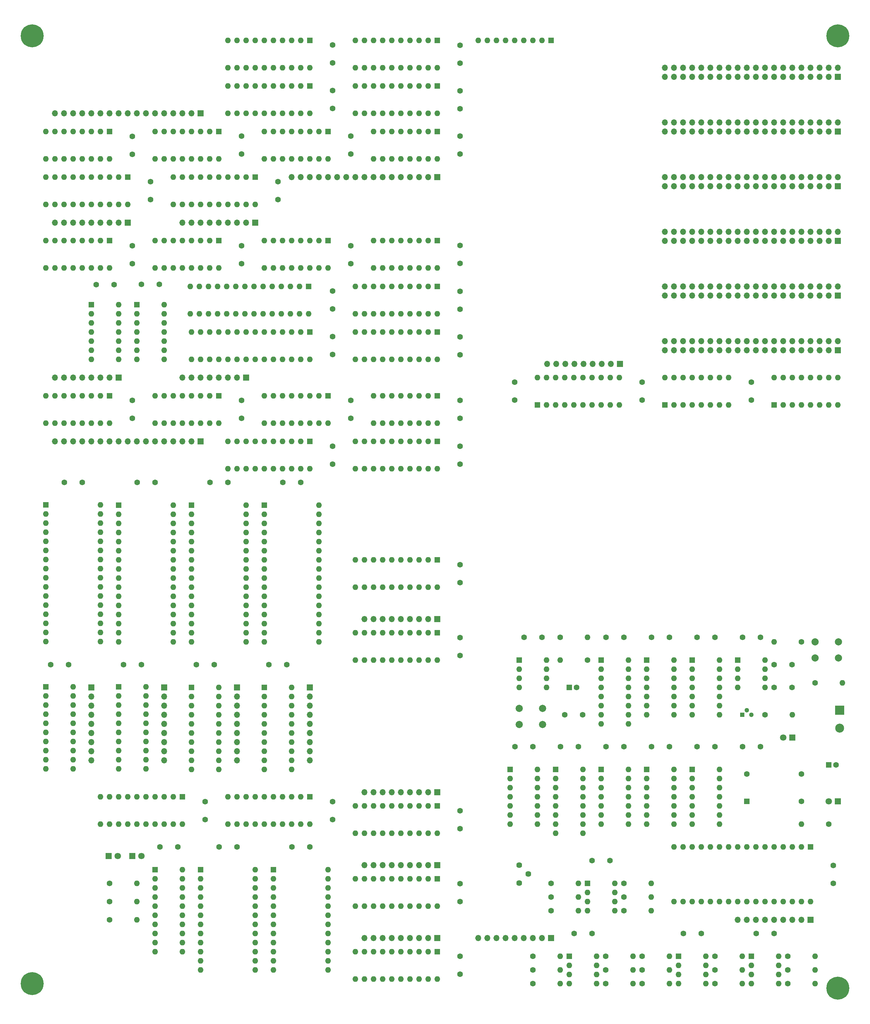
<source format=gbr>
G04 #@! TF.GenerationSoftware,KiCad,Pcbnew,(5.1.0-0)*
G04 #@! TF.CreationDate,2019-10-10T01:34:02-07:00*
G04 #@! TF.ProjectId,MainBoard,4d61696e-426f-4617-9264-2e6b69636164,rev?*
G04 #@! TF.SameCoordinates,Original*
G04 #@! TF.FileFunction,Soldermask,Bot*
G04 #@! TF.FilePolarity,Negative*
%FSLAX46Y46*%
G04 Gerber Fmt 4.6, Leading zero omitted, Abs format (unit mm)*
G04 Created by KiCad (PCBNEW (5.1.0-0)) date 2019-10-10 01:34:02*
%MOMM*%
%LPD*%
G04 APERTURE LIST*
%ADD10O,1.600000X1.600000*%
%ADD11R,1.600000X1.600000*%
%ADD12O,1.700000X1.700000*%
%ADD13R,1.700000X1.700000*%
%ADD14C,1.600000*%
%ADD15C,2.500000*%
%ADD16R,2.500000X2.500000*%
%ADD17C,6.400000*%
%ADD18R,1.300000X1.300000*%
%ADD19C,1.300000*%
%ADD20C,2.000000*%
%ADD21C,1.620000*%
%ADD22C,1.800000*%
%ADD23R,1.800000X1.800000*%
G04 APERTURE END LIST*
D10*
X233680000Y-309880000D03*
X218440000Y-337820000D03*
X233680000Y-312420000D03*
X218440000Y-335280000D03*
X233680000Y-314960000D03*
X218440000Y-332740000D03*
X233680000Y-317500000D03*
X218440000Y-330200000D03*
X233680000Y-320040000D03*
X218440000Y-327660000D03*
X233680000Y-322580000D03*
X218440000Y-325120000D03*
X233680000Y-325120000D03*
X218440000Y-322580000D03*
X233680000Y-327660000D03*
X218440000Y-320040000D03*
X233680000Y-330200000D03*
X218440000Y-317500000D03*
X233680000Y-332740000D03*
X218440000Y-314960000D03*
X233680000Y-335280000D03*
X218440000Y-312420000D03*
X233680000Y-337820000D03*
D11*
X218440000Y-309880000D03*
D10*
X254000000Y-309880000D03*
X238760000Y-337820000D03*
X254000000Y-312420000D03*
X238760000Y-335280000D03*
X254000000Y-314960000D03*
X238760000Y-332740000D03*
X254000000Y-317500000D03*
X238760000Y-330200000D03*
X254000000Y-320040000D03*
X238760000Y-327660000D03*
X254000000Y-322580000D03*
X238760000Y-325120000D03*
X254000000Y-325120000D03*
X238760000Y-322580000D03*
X254000000Y-327660000D03*
X238760000Y-320040000D03*
X254000000Y-330200000D03*
X238760000Y-317500000D03*
X254000000Y-332740000D03*
X238760000Y-314960000D03*
X254000000Y-335280000D03*
X238760000Y-312420000D03*
X254000000Y-337820000D03*
D11*
X238760000Y-309880000D03*
D10*
X284480000Y-340360000D03*
X261620000Y-332740000D03*
X281940000Y-340360000D03*
X264160000Y-332740000D03*
X279400000Y-340360000D03*
X266700000Y-332740000D03*
X276860000Y-340360000D03*
X269240000Y-332740000D03*
X274320000Y-340360000D03*
X271780000Y-332740000D03*
X271780000Y-340360000D03*
X274320000Y-332740000D03*
X269240000Y-340360000D03*
X276860000Y-332740000D03*
X266700000Y-340360000D03*
X279400000Y-332740000D03*
X264160000Y-340360000D03*
X281940000Y-332740000D03*
X261620000Y-340360000D03*
D11*
X284480000Y-332740000D03*
D10*
X284480000Y-320040000D03*
X261620000Y-312420000D03*
X281940000Y-320040000D03*
X264160000Y-312420000D03*
X279400000Y-320040000D03*
X266700000Y-312420000D03*
X276860000Y-320040000D03*
X269240000Y-312420000D03*
X274320000Y-320040000D03*
X271780000Y-312420000D03*
X271780000Y-320040000D03*
X274320000Y-312420000D03*
X269240000Y-320040000D03*
X276860000Y-312420000D03*
X266700000Y-320040000D03*
X279400000Y-312420000D03*
X264160000Y-320040000D03*
X281940000Y-312420000D03*
X261620000Y-320040000D03*
D11*
X284480000Y-312420000D03*
D10*
X284480000Y-299720000D03*
X261620000Y-292100000D03*
X281940000Y-299720000D03*
X264160000Y-292100000D03*
X279400000Y-299720000D03*
X266700000Y-292100000D03*
X276860000Y-299720000D03*
X269240000Y-292100000D03*
X274320000Y-299720000D03*
X271780000Y-292100000D03*
X271780000Y-299720000D03*
X274320000Y-292100000D03*
X269240000Y-299720000D03*
X276860000Y-292100000D03*
X266700000Y-299720000D03*
X279400000Y-292100000D03*
X264160000Y-299720000D03*
X281940000Y-292100000D03*
X261620000Y-299720000D03*
D11*
X284480000Y-292100000D03*
D10*
X284480000Y-251460000D03*
X261620000Y-243840000D03*
X281940000Y-251460000D03*
X264160000Y-243840000D03*
X279400000Y-251460000D03*
X266700000Y-243840000D03*
X276860000Y-251460000D03*
X269240000Y-243840000D03*
X274320000Y-251460000D03*
X271780000Y-243840000D03*
X271780000Y-251460000D03*
X274320000Y-243840000D03*
X269240000Y-251460000D03*
X276860000Y-243840000D03*
X266700000Y-251460000D03*
X279400000Y-243840000D03*
X264160000Y-251460000D03*
X281940000Y-243840000D03*
X261620000Y-251460000D03*
D11*
X284480000Y-243840000D03*
D10*
X284480000Y-154940000D03*
X261620000Y-147320000D03*
X281940000Y-154940000D03*
X264160000Y-147320000D03*
X279400000Y-154940000D03*
X266700000Y-147320000D03*
X276860000Y-154940000D03*
X269240000Y-147320000D03*
X274320000Y-154940000D03*
X271780000Y-147320000D03*
X271780000Y-154940000D03*
X274320000Y-147320000D03*
X269240000Y-154940000D03*
X276860000Y-147320000D03*
X266700000Y-154940000D03*
X279400000Y-147320000D03*
X264160000Y-154940000D03*
X281940000Y-147320000D03*
X261620000Y-154940000D03*
D11*
X284480000Y-147320000D03*
D10*
X284480000Y-167640000D03*
X261620000Y-160020000D03*
X281940000Y-167640000D03*
X264160000Y-160020000D03*
X279400000Y-167640000D03*
X266700000Y-160020000D03*
X276860000Y-167640000D03*
X269240000Y-160020000D03*
X274320000Y-167640000D03*
X271780000Y-160020000D03*
X271780000Y-167640000D03*
X274320000Y-160020000D03*
X269240000Y-167640000D03*
X276860000Y-160020000D03*
X266700000Y-167640000D03*
X279400000Y-160020000D03*
X264160000Y-167640000D03*
X281940000Y-160020000D03*
X261620000Y-167640000D03*
D11*
X284480000Y-160020000D03*
D10*
X248615800Y-154940000D03*
X215595800Y-147320000D03*
X246075800Y-154940000D03*
X218135800Y-147320000D03*
X243535800Y-154940000D03*
X220675800Y-147320000D03*
X240995800Y-154940000D03*
X223215800Y-147320000D03*
X238455800Y-154940000D03*
X225755800Y-147320000D03*
X235915800Y-154940000D03*
X228295800Y-147320000D03*
X233375800Y-154940000D03*
X230835800Y-147320000D03*
X230835800Y-154940000D03*
X233375800Y-147320000D03*
X228295800Y-154940000D03*
X235915800Y-147320000D03*
X225755800Y-154940000D03*
X238455800Y-147320000D03*
X223215800Y-154940000D03*
X240995800Y-147320000D03*
X220675800Y-154940000D03*
X243535800Y-147320000D03*
X218135800Y-154940000D03*
X246075800Y-147320000D03*
X215595800Y-154940000D03*
D11*
X248615800Y-147320000D03*
D10*
X248920000Y-167640000D03*
X215900000Y-160020000D03*
X246380000Y-167640000D03*
X218440000Y-160020000D03*
X243840000Y-167640000D03*
X220980000Y-160020000D03*
X241300000Y-167640000D03*
X223520000Y-160020000D03*
X238760000Y-167640000D03*
X226060000Y-160020000D03*
X236220000Y-167640000D03*
X228600000Y-160020000D03*
X233680000Y-167640000D03*
X231140000Y-160020000D03*
X231140000Y-167640000D03*
X233680000Y-160020000D03*
X228600000Y-167640000D03*
X236220000Y-160020000D03*
X226060000Y-167640000D03*
X238760000Y-160020000D03*
X223520000Y-167640000D03*
X241300000Y-160020000D03*
X220980000Y-167640000D03*
X243840000Y-160020000D03*
X218440000Y-167640000D03*
X246380000Y-160020000D03*
X215900000Y-167640000D03*
D11*
X248920000Y-160020000D03*
D10*
X284480000Y-99060000D03*
X261620000Y-91440000D03*
X281940000Y-99060000D03*
X264160000Y-91440000D03*
X279400000Y-99060000D03*
X266700000Y-91440000D03*
X276860000Y-99060000D03*
X269240000Y-91440000D03*
X274320000Y-99060000D03*
X271780000Y-91440000D03*
X271780000Y-99060000D03*
X274320000Y-91440000D03*
X269240000Y-99060000D03*
X276860000Y-91440000D03*
X266700000Y-99060000D03*
X279400000Y-91440000D03*
X264160000Y-99060000D03*
X281940000Y-91440000D03*
X261620000Y-99060000D03*
D11*
X284480000Y-91440000D03*
D10*
X284480000Y-86360000D03*
X261620000Y-78740000D03*
X281940000Y-86360000D03*
X264160000Y-78740000D03*
X279400000Y-86360000D03*
X266700000Y-78740000D03*
X276860000Y-86360000D03*
X269240000Y-78740000D03*
X274320000Y-86360000D03*
X271780000Y-78740000D03*
X271780000Y-86360000D03*
X274320000Y-78740000D03*
X269240000Y-86360000D03*
X276860000Y-78740000D03*
X266700000Y-86360000D03*
X279400000Y-78740000D03*
X264160000Y-86360000D03*
X281940000Y-78740000D03*
X261620000Y-86360000D03*
D11*
X284480000Y-78740000D03*
D12*
X248920000Y-279400000D03*
X248920000Y-276860000D03*
X248920000Y-274320000D03*
X248920000Y-271780000D03*
X248920000Y-269240000D03*
X248920000Y-266700000D03*
X248920000Y-264160000D03*
X248920000Y-261620000D03*
D13*
X248920000Y-259080000D03*
D12*
X228600000Y-279400000D03*
X228600000Y-276860000D03*
X228600000Y-274320000D03*
X228600000Y-271780000D03*
X228600000Y-269240000D03*
X228600000Y-266700000D03*
X228600000Y-264160000D03*
X228600000Y-261620000D03*
D13*
X228600000Y-259080000D03*
D12*
X208280000Y-279400000D03*
X208280000Y-276860000D03*
X208280000Y-274320000D03*
X208280000Y-271780000D03*
X208280000Y-269240000D03*
X208280000Y-266700000D03*
X208280000Y-264160000D03*
X208280000Y-261620000D03*
D13*
X208280000Y-259080000D03*
D12*
X187960000Y-279400000D03*
X187960000Y-276860000D03*
X187960000Y-274320000D03*
X187960000Y-271780000D03*
X187960000Y-269240000D03*
X187960000Y-266700000D03*
X187960000Y-264160000D03*
X187960000Y-261620000D03*
D13*
X187960000Y-259080000D03*
D10*
X203200000Y-258922000D03*
X195580000Y-281782000D03*
X203200000Y-261462000D03*
X195580000Y-279242000D03*
X203200000Y-264002000D03*
X195580000Y-276702000D03*
X203200000Y-266542000D03*
X195580000Y-274162000D03*
X203200000Y-269082000D03*
X195580000Y-271622000D03*
X203200000Y-271622000D03*
X195580000Y-269082000D03*
X203200000Y-274162000D03*
X195580000Y-266542000D03*
X203200000Y-276702000D03*
X195580000Y-264002000D03*
X203200000Y-279242000D03*
X195580000Y-261462000D03*
X203200000Y-281782000D03*
D11*
X195580000Y-258922000D03*
D10*
X182880000Y-258922000D03*
X175260000Y-281782000D03*
X182880000Y-261462000D03*
X175260000Y-279242000D03*
X182880000Y-264002000D03*
X175260000Y-276702000D03*
X182880000Y-266542000D03*
X175260000Y-274162000D03*
X182880000Y-269082000D03*
X175260000Y-271622000D03*
X182880000Y-271622000D03*
X175260000Y-269082000D03*
X182880000Y-274162000D03*
X175260000Y-266542000D03*
X182880000Y-276702000D03*
X175260000Y-264002000D03*
X182880000Y-279242000D03*
X175260000Y-261462000D03*
X182880000Y-281782000D03*
D11*
X175260000Y-258922000D03*
D10*
X210820000Y-208280000D03*
X195580000Y-246380000D03*
X210820000Y-210820000D03*
X195580000Y-243840000D03*
X210820000Y-213360000D03*
X195580000Y-241300000D03*
X210820000Y-215900000D03*
X195580000Y-238760000D03*
X210820000Y-218440000D03*
X195580000Y-236220000D03*
X210820000Y-220980000D03*
X195580000Y-233680000D03*
X210820000Y-223520000D03*
X195580000Y-231140000D03*
X210820000Y-226060000D03*
X195580000Y-228600000D03*
X210820000Y-228600000D03*
X195580000Y-226060000D03*
X210820000Y-231140000D03*
X195580000Y-223520000D03*
X210820000Y-233680000D03*
X195580000Y-220980000D03*
X210820000Y-236220000D03*
X195580000Y-218440000D03*
X210820000Y-238760000D03*
X195580000Y-215900000D03*
X210820000Y-241300000D03*
X195580000Y-213360000D03*
X210820000Y-243840000D03*
X195580000Y-210820000D03*
X210820000Y-246380000D03*
D11*
X195580000Y-208280000D03*
D10*
X190500000Y-208172000D03*
X175260000Y-246272000D03*
X190500000Y-210712000D03*
X175260000Y-243732000D03*
X190500000Y-213252000D03*
X175260000Y-241192000D03*
X190500000Y-215792000D03*
X175260000Y-238652000D03*
X190500000Y-218332000D03*
X175260000Y-236112000D03*
X190500000Y-220872000D03*
X175260000Y-233572000D03*
X190500000Y-223412000D03*
X175260000Y-231032000D03*
X190500000Y-225952000D03*
X175260000Y-228492000D03*
X190500000Y-228492000D03*
X175260000Y-225952000D03*
X190500000Y-231032000D03*
X175260000Y-223412000D03*
X190500000Y-233572000D03*
X175260000Y-220872000D03*
X190500000Y-236112000D03*
X175260000Y-218332000D03*
X190500000Y-238652000D03*
X175260000Y-215792000D03*
X190500000Y-241192000D03*
X175260000Y-213252000D03*
X190500000Y-243732000D03*
X175260000Y-210712000D03*
X190500000Y-246272000D03*
D11*
X175260000Y-208172000D03*
D14*
X180420000Y-201930000D03*
X185420000Y-201930000D03*
X196930000Y-252730000D03*
X201930000Y-252730000D03*
X176610000Y-252730000D03*
X181610000Y-252730000D03*
X200740000Y-201930000D03*
X205740000Y-201930000D03*
D10*
X378460000Y-172720000D03*
X396240000Y-180340000D03*
X381000000Y-172720000D03*
X393700000Y-180340000D03*
X383540000Y-172720000D03*
X391160000Y-180340000D03*
X386080000Y-172720000D03*
X388620000Y-180340000D03*
X388620000Y-172720000D03*
X386080000Y-180340000D03*
X391160000Y-172720000D03*
X383540000Y-180340000D03*
X393700000Y-172720000D03*
X381000000Y-180340000D03*
X396240000Y-172720000D03*
D11*
X378460000Y-180340000D03*
D15*
X396748000Y-270430000D03*
D16*
X396748000Y-265430000D03*
D17*
X396240000Y-342900000D03*
X396240000Y-77470000D03*
X171450000Y-341630000D03*
X171450000Y-77470000D03*
D10*
X208280000Y-152400000D03*
X200660000Y-167640000D03*
X208280000Y-154940000D03*
X200660000Y-165100000D03*
X208280000Y-157480000D03*
X200660000Y-162560000D03*
X208280000Y-160020000D03*
X200660000Y-160020000D03*
X208280000Y-162560000D03*
X200660000Y-157480000D03*
X208280000Y-165100000D03*
X200660000Y-154940000D03*
X208280000Y-167640000D03*
D11*
X200660000Y-152400000D03*
D10*
X195580000Y-152400000D03*
X187960000Y-167640000D03*
X195580000Y-154940000D03*
X187960000Y-165100000D03*
X195580000Y-157480000D03*
X187960000Y-162560000D03*
X195580000Y-160020000D03*
X187960000Y-160020000D03*
X195580000Y-162560000D03*
X187960000Y-157480000D03*
X195580000Y-165100000D03*
X187960000Y-154940000D03*
X195580000Y-167640000D03*
D11*
X187960000Y-152400000D03*
D14*
X290830000Y-148670000D03*
X290830000Y-153670000D03*
X372110000Y-178990000D03*
X372110000Y-173990000D03*
D12*
X347980000Y-116840000D03*
X347980000Y-119380000D03*
X350520000Y-116840000D03*
X350520000Y-119380000D03*
X353060000Y-116840000D03*
X353060000Y-119380000D03*
X355600000Y-116840000D03*
X355600000Y-119380000D03*
X358140000Y-116840000D03*
X358140000Y-119380000D03*
X360680000Y-116840000D03*
X360680000Y-119380000D03*
X363220000Y-116840000D03*
X363220000Y-119380000D03*
X365760000Y-116840000D03*
X365760000Y-119380000D03*
X368300000Y-116840000D03*
X368300000Y-119380000D03*
X370840000Y-116840000D03*
X370840000Y-119380000D03*
X373380000Y-116840000D03*
X373380000Y-119380000D03*
X375920000Y-116840000D03*
X375920000Y-119380000D03*
X378460000Y-116840000D03*
X378460000Y-119380000D03*
X381000000Y-116840000D03*
X381000000Y-119380000D03*
X383540000Y-116840000D03*
X383540000Y-119380000D03*
X386080000Y-116840000D03*
X386080000Y-119380000D03*
X388620000Y-116840000D03*
X388620000Y-119380000D03*
X391160000Y-116840000D03*
X391160000Y-119380000D03*
X393700000Y-116840000D03*
X393700000Y-119380000D03*
X396240000Y-116840000D03*
D13*
X396240000Y-119380000D03*
D12*
X347980000Y-147320000D03*
X347980000Y-149860000D03*
X350520000Y-147320000D03*
X350520000Y-149860000D03*
X353060000Y-147320000D03*
X353060000Y-149860000D03*
X355600000Y-147320000D03*
X355600000Y-149860000D03*
X358140000Y-147320000D03*
X358140000Y-149860000D03*
X360680000Y-147320000D03*
X360680000Y-149860000D03*
X363220000Y-147320000D03*
X363220000Y-149860000D03*
X365760000Y-147320000D03*
X365760000Y-149860000D03*
X368300000Y-147320000D03*
X368300000Y-149860000D03*
X370840000Y-147320000D03*
X370840000Y-149860000D03*
X373380000Y-147320000D03*
X373380000Y-149860000D03*
X375920000Y-147320000D03*
X375920000Y-149860000D03*
X378460000Y-147320000D03*
X378460000Y-149860000D03*
X381000000Y-147320000D03*
X381000000Y-149860000D03*
X383540000Y-147320000D03*
X383540000Y-149860000D03*
X386080000Y-147320000D03*
X386080000Y-149860000D03*
X388620000Y-147320000D03*
X388620000Y-149860000D03*
X391160000Y-147320000D03*
X391160000Y-149860000D03*
X393700000Y-147320000D03*
X393700000Y-149860000D03*
X396240000Y-147320000D03*
D13*
X396240000Y-149860000D03*
D12*
X347980000Y-86360000D03*
X347980000Y-88900000D03*
X350520000Y-86360000D03*
X350520000Y-88900000D03*
X353060000Y-86360000D03*
X353060000Y-88900000D03*
X355600000Y-86360000D03*
X355600000Y-88900000D03*
X358140000Y-86360000D03*
X358140000Y-88900000D03*
X360680000Y-86360000D03*
X360680000Y-88900000D03*
X363220000Y-86360000D03*
X363220000Y-88900000D03*
X365760000Y-86360000D03*
X365760000Y-88900000D03*
X368300000Y-86360000D03*
X368300000Y-88900000D03*
X370840000Y-86360000D03*
X370840000Y-88900000D03*
X373380000Y-86360000D03*
X373380000Y-88900000D03*
X375920000Y-86360000D03*
X375920000Y-88900000D03*
X378460000Y-86360000D03*
X378460000Y-88900000D03*
X381000000Y-86360000D03*
X381000000Y-88900000D03*
X383540000Y-86360000D03*
X383540000Y-88900000D03*
X386080000Y-86360000D03*
X386080000Y-88900000D03*
X388620000Y-86360000D03*
X388620000Y-88900000D03*
X391160000Y-86360000D03*
X391160000Y-88900000D03*
X393700000Y-86360000D03*
X393700000Y-88900000D03*
X396240000Y-86360000D03*
D13*
X396240000Y-88900000D03*
D12*
X347980000Y-162560000D03*
X347980000Y-165100000D03*
X350520000Y-162560000D03*
X350520000Y-165100000D03*
X353060000Y-162560000D03*
X353060000Y-165100000D03*
X355600000Y-162560000D03*
X355600000Y-165100000D03*
X358140000Y-162560000D03*
X358140000Y-165100000D03*
X360680000Y-162560000D03*
X360680000Y-165100000D03*
X363220000Y-162560000D03*
X363220000Y-165100000D03*
X365760000Y-162560000D03*
X365760000Y-165100000D03*
X368300000Y-162560000D03*
X368300000Y-165100000D03*
X370840000Y-162560000D03*
X370840000Y-165100000D03*
X373380000Y-162560000D03*
X373380000Y-165100000D03*
X375920000Y-162560000D03*
X375920000Y-165100000D03*
X378460000Y-162560000D03*
X378460000Y-165100000D03*
X381000000Y-162560000D03*
X381000000Y-165100000D03*
X383540000Y-162560000D03*
X383540000Y-165100000D03*
X386080000Y-162560000D03*
X386080000Y-165100000D03*
X388620000Y-162560000D03*
X388620000Y-165100000D03*
X391160000Y-162560000D03*
X391160000Y-165100000D03*
X393700000Y-162560000D03*
X393700000Y-165100000D03*
X396240000Y-162560000D03*
D13*
X396240000Y-165100000D03*
D12*
X347980000Y-132080000D03*
X347980000Y-134620000D03*
X350520000Y-132080000D03*
X350520000Y-134620000D03*
X353060000Y-132080000D03*
X353060000Y-134620000D03*
X355600000Y-132080000D03*
X355600000Y-134620000D03*
X358140000Y-132080000D03*
X358140000Y-134620000D03*
X360680000Y-132080000D03*
X360680000Y-134620000D03*
X363220000Y-132080000D03*
X363220000Y-134620000D03*
X365760000Y-132080000D03*
X365760000Y-134620000D03*
X368300000Y-132080000D03*
X368300000Y-134620000D03*
X370840000Y-132080000D03*
X370840000Y-134620000D03*
X373380000Y-132080000D03*
X373380000Y-134620000D03*
X375920000Y-132080000D03*
X375920000Y-134620000D03*
X378460000Y-132080000D03*
X378460000Y-134620000D03*
X381000000Y-132080000D03*
X381000000Y-134620000D03*
X383540000Y-132080000D03*
X383540000Y-134620000D03*
X386080000Y-132080000D03*
X386080000Y-134620000D03*
X388620000Y-132080000D03*
X388620000Y-134620000D03*
X391160000Y-132080000D03*
X391160000Y-134620000D03*
X393700000Y-132080000D03*
X393700000Y-134620000D03*
X396240000Y-132080000D03*
D13*
X396240000Y-134620000D03*
D12*
X347980000Y-101600000D03*
X347980000Y-104140000D03*
X350520000Y-101600000D03*
X350520000Y-104140000D03*
X353060000Y-101600000D03*
X353060000Y-104140000D03*
X355600000Y-101600000D03*
X355600000Y-104140000D03*
X358140000Y-101600000D03*
X358140000Y-104140000D03*
X360680000Y-101600000D03*
X360680000Y-104140000D03*
X363220000Y-101600000D03*
X363220000Y-104140000D03*
X365760000Y-101600000D03*
X365760000Y-104140000D03*
X368300000Y-101600000D03*
X368300000Y-104140000D03*
X370840000Y-101600000D03*
X370840000Y-104140000D03*
X373380000Y-101600000D03*
X373380000Y-104140000D03*
X375920000Y-101600000D03*
X375920000Y-104140000D03*
X378460000Y-101600000D03*
X378460000Y-104140000D03*
X381000000Y-101600000D03*
X381000000Y-104140000D03*
X383540000Y-101600000D03*
X383540000Y-104140000D03*
X386080000Y-101600000D03*
X386080000Y-104140000D03*
X388620000Y-101600000D03*
X388620000Y-104140000D03*
X391160000Y-101600000D03*
X391160000Y-104140000D03*
X393700000Y-101600000D03*
X393700000Y-104140000D03*
X396240000Y-101600000D03*
D13*
X396240000Y-104140000D03*
D10*
X243835800Y-259080000D03*
X236215800Y-281940000D03*
X243835800Y-261620000D03*
X236215800Y-279400000D03*
X243835800Y-264160000D03*
X236215800Y-276860000D03*
X243835800Y-266700000D03*
X236215800Y-274320000D03*
X243835800Y-269240000D03*
X236215800Y-271780000D03*
X243835800Y-271780000D03*
X236215800Y-269240000D03*
X243835800Y-274320000D03*
X236215800Y-266700000D03*
X243835800Y-276860000D03*
X236215800Y-264160000D03*
X243835800Y-279400000D03*
X236215800Y-261620000D03*
X243835800Y-281940000D03*
D11*
X236215800Y-259080000D03*
D14*
X369650000Y-245110000D03*
X374650000Y-245110000D03*
X386080000Y-290830000D03*
X386080000Y-283210000D03*
X370840000Y-283210000D03*
D11*
X370840000Y-290830000D03*
D10*
X383540000Y-266700000D03*
D14*
X375920000Y-266700000D03*
D10*
X378460000Y-246380000D03*
D14*
X386080000Y-246380000D03*
D10*
X397510000Y-257810000D03*
D14*
X389890000Y-257810000D03*
X383460000Y-252730000D03*
X378460000Y-252730000D03*
X383460000Y-259080000D03*
X378460000Y-259080000D03*
D10*
X318770000Y-251460000D03*
D14*
X326390000Y-251460000D03*
D10*
X326390000Y-245110000D03*
D14*
X318770000Y-245110000D03*
X325040000Y-266700000D03*
X320040000Y-266700000D03*
X323310000Y-259080000D03*
D11*
X321310000Y-259080000D03*
D10*
X251460000Y-208280000D03*
X236220000Y-246380000D03*
X251460000Y-210820000D03*
X236220000Y-243840000D03*
X251460000Y-213360000D03*
X236220000Y-241300000D03*
X251460000Y-215900000D03*
X236220000Y-238760000D03*
X251460000Y-218440000D03*
X236220000Y-236220000D03*
X251460000Y-220980000D03*
X236220000Y-233680000D03*
X251460000Y-223520000D03*
X236220000Y-231140000D03*
X251460000Y-226060000D03*
X236220000Y-228600000D03*
X251460000Y-228600000D03*
X236220000Y-226060000D03*
X251460000Y-231140000D03*
X236220000Y-223520000D03*
X251460000Y-233680000D03*
X236220000Y-220980000D03*
X251460000Y-236220000D03*
X236220000Y-218440000D03*
X251460000Y-238760000D03*
X236220000Y-215900000D03*
X251460000Y-241300000D03*
X236220000Y-213360000D03*
X251460000Y-243840000D03*
X236220000Y-210820000D03*
X251460000Y-246380000D03*
D11*
X236220000Y-208280000D03*
D10*
X248920000Y-86360000D03*
X226060000Y-78740000D03*
X246380000Y-86360000D03*
X228600000Y-78740000D03*
X243840000Y-86360000D03*
X231140000Y-78740000D03*
X241300000Y-86360000D03*
X233680000Y-78740000D03*
X238760000Y-86360000D03*
X236220000Y-78740000D03*
X236220000Y-86360000D03*
X238760000Y-78740000D03*
X233680000Y-86360000D03*
X241300000Y-78740000D03*
X231140000Y-86360000D03*
X243840000Y-78740000D03*
X228600000Y-86360000D03*
X246380000Y-78740000D03*
X226060000Y-86360000D03*
D11*
X248920000Y-78740000D03*
D12*
X177800000Y-172720000D03*
X180340000Y-172720000D03*
X182880000Y-172720000D03*
X185420000Y-172720000D03*
X187960000Y-172720000D03*
X190500000Y-172720000D03*
X193040000Y-172720000D03*
D13*
X195580000Y-172720000D03*
D12*
X213360000Y-172720000D03*
X215900000Y-172720000D03*
X218440000Y-172720000D03*
X220980000Y-172720000D03*
X223520000Y-172720000D03*
X226060000Y-172720000D03*
X228600000Y-172720000D03*
D13*
X231140000Y-172720000D03*
D12*
X177800000Y-129540000D03*
X180340000Y-129540000D03*
X182880000Y-129540000D03*
X185420000Y-129540000D03*
X187960000Y-129540000D03*
X190500000Y-129540000D03*
X193040000Y-129540000D03*
X195580000Y-129540000D03*
D13*
X198120000Y-129540000D03*
D12*
X213360000Y-129540000D03*
X215900000Y-129540000D03*
X218440000Y-129540000D03*
X220980000Y-129540000D03*
X223520000Y-129540000D03*
X226060000Y-129540000D03*
X228600000Y-129540000D03*
X231140000Y-129540000D03*
D13*
X233680000Y-129540000D03*
D10*
X213360000Y-309880000D03*
X205740000Y-332740000D03*
X213360000Y-312420000D03*
X205740000Y-330200000D03*
X213360000Y-314960000D03*
X205740000Y-327660000D03*
X213360000Y-317500000D03*
X205740000Y-325120000D03*
X213360000Y-320040000D03*
X205740000Y-322580000D03*
X213360000Y-322580000D03*
X205740000Y-320040000D03*
X213360000Y-325120000D03*
X205740000Y-317500000D03*
X213360000Y-327660000D03*
X205740000Y-314960000D03*
X213360000Y-330200000D03*
X205740000Y-312420000D03*
X213360000Y-332740000D03*
D11*
X205740000Y-309880000D03*
D10*
X248920000Y-297180000D03*
X226060000Y-289560000D03*
X246380000Y-297180000D03*
X228600000Y-289560000D03*
X243840000Y-297180000D03*
X231140000Y-289560000D03*
X241300000Y-297180000D03*
X233680000Y-289560000D03*
X238760000Y-297180000D03*
X236220000Y-289560000D03*
X236220000Y-297180000D03*
X238760000Y-289560000D03*
X233680000Y-297180000D03*
X241300000Y-289560000D03*
X231140000Y-297180000D03*
X243840000Y-289560000D03*
X228600000Y-297180000D03*
X246380000Y-289560000D03*
X226060000Y-297180000D03*
D11*
X248920000Y-289560000D03*
D10*
X213360000Y-297180000D03*
X190500000Y-289560000D03*
X210820000Y-297180000D03*
X193040000Y-289560000D03*
X208280000Y-297180000D03*
X195580000Y-289560000D03*
X205740000Y-297180000D03*
X198120000Y-289560000D03*
X203200000Y-297180000D03*
X200660000Y-289560000D03*
X200660000Y-297180000D03*
X203200000Y-289560000D03*
X198120000Y-297180000D03*
X205740000Y-289560000D03*
X195580000Y-297180000D03*
X208280000Y-289560000D03*
X193040000Y-297180000D03*
X210820000Y-289560000D03*
X190500000Y-297180000D03*
D11*
X213360000Y-289560000D03*
D10*
X337820000Y-251460000D03*
X330200000Y-269240000D03*
X337820000Y-254000000D03*
X330200000Y-266700000D03*
X337820000Y-256540000D03*
X330200000Y-264160000D03*
X337820000Y-259080000D03*
X330200000Y-261620000D03*
X337820000Y-261620000D03*
X330200000Y-259080000D03*
X337820000Y-264160000D03*
X330200000Y-256540000D03*
X337820000Y-266700000D03*
X330200000Y-254000000D03*
X337820000Y-269240000D03*
D11*
X330200000Y-251460000D03*
D10*
X350520000Y-251460000D03*
X342900000Y-266700000D03*
X350520000Y-254000000D03*
X342900000Y-264160000D03*
X350520000Y-256540000D03*
X342900000Y-261620000D03*
X350520000Y-259080000D03*
X342900000Y-259080000D03*
X350520000Y-261620000D03*
X342900000Y-256540000D03*
X350520000Y-264160000D03*
X342900000Y-254000000D03*
X350520000Y-266700000D03*
D11*
X342900000Y-251460000D03*
D10*
X363220000Y-251460000D03*
X355600000Y-266700000D03*
X363220000Y-254000000D03*
X355600000Y-264160000D03*
X363220000Y-256540000D03*
X355600000Y-261620000D03*
X363220000Y-259080000D03*
X355600000Y-259080000D03*
X363220000Y-261620000D03*
X355600000Y-256540000D03*
X363220000Y-264160000D03*
X355600000Y-254000000D03*
X363220000Y-266700000D03*
D11*
X355600000Y-251460000D03*
D18*
X369570000Y-266700000D03*
D19*
X372110000Y-266700000D03*
X370840000Y-265430000D03*
D10*
X375920000Y-251460000D03*
X368300000Y-259080000D03*
X375920000Y-254000000D03*
X368300000Y-256540000D03*
X375920000Y-256540000D03*
X368300000Y-254000000D03*
X375920000Y-259080000D03*
D11*
X368300000Y-251460000D03*
D10*
X337820000Y-281940000D03*
X330200000Y-297180000D03*
X337820000Y-284480000D03*
X330200000Y-294640000D03*
X337820000Y-287020000D03*
X330200000Y-292100000D03*
X337820000Y-289560000D03*
X330200000Y-289560000D03*
X337820000Y-292100000D03*
X330200000Y-287020000D03*
X337820000Y-294640000D03*
X330200000Y-284480000D03*
X337820000Y-297180000D03*
D11*
X330200000Y-281940000D03*
D10*
X350520000Y-281940000D03*
X342900000Y-297180000D03*
X350520000Y-284480000D03*
X342900000Y-294640000D03*
X350520000Y-287020000D03*
X342900000Y-292100000D03*
X350520000Y-289560000D03*
X342900000Y-289560000D03*
X350520000Y-292100000D03*
X342900000Y-287020000D03*
X350520000Y-294640000D03*
X342900000Y-284480000D03*
X350520000Y-297180000D03*
D11*
X342900000Y-281940000D03*
D10*
X325120000Y-281940000D03*
X317500000Y-299720000D03*
X325120000Y-284480000D03*
X317500000Y-297180000D03*
X325120000Y-287020000D03*
X317500000Y-294640000D03*
X325120000Y-289560000D03*
X317500000Y-292100000D03*
X325120000Y-292100000D03*
X317500000Y-289560000D03*
X325120000Y-294640000D03*
X317500000Y-287020000D03*
X325120000Y-297180000D03*
X317500000Y-284480000D03*
X325120000Y-299720000D03*
D11*
X317500000Y-281940000D03*
D10*
X363220000Y-281940000D03*
X355600000Y-297180000D03*
X363220000Y-284480000D03*
X355600000Y-294640000D03*
X363220000Y-287020000D03*
X355600000Y-292100000D03*
X363220000Y-289560000D03*
X355600000Y-289560000D03*
X363220000Y-292100000D03*
X355600000Y-287020000D03*
X363220000Y-294640000D03*
X355600000Y-284480000D03*
X363220000Y-297180000D03*
D11*
X355600000Y-281940000D03*
D10*
X314960000Y-251460000D03*
X307340000Y-259080000D03*
X314960000Y-254000000D03*
X307340000Y-256540000D03*
X314960000Y-256540000D03*
X307340000Y-254000000D03*
X314960000Y-259080000D03*
D11*
X307340000Y-251460000D03*
D10*
X312420000Y-281940000D03*
X304800000Y-297180000D03*
X312420000Y-284480000D03*
X304800000Y-294640000D03*
X312420000Y-287020000D03*
X304800000Y-292100000D03*
X312420000Y-289560000D03*
X304800000Y-289560000D03*
X312420000Y-292100000D03*
X304800000Y-287020000D03*
X312420000Y-294640000D03*
X304800000Y-284480000D03*
X312420000Y-297180000D03*
D11*
X304800000Y-281940000D03*
D10*
X379730000Y-334010000D03*
X372110000Y-341630000D03*
X379730000Y-336550000D03*
X372110000Y-339090000D03*
X379730000Y-339090000D03*
X372110000Y-336550000D03*
X379730000Y-341630000D03*
D11*
X372110000Y-334010000D03*
D10*
X359410000Y-334010000D03*
X351790000Y-341630000D03*
X359410000Y-336550000D03*
X351790000Y-339090000D03*
X359410000Y-339090000D03*
X351790000Y-336550000D03*
X359410000Y-341630000D03*
D11*
X351790000Y-334010000D03*
D10*
X388616200Y-318768200D03*
X350516200Y-303528200D03*
X386076200Y-318768200D03*
X353056200Y-303528200D03*
X383536200Y-318768200D03*
X355596200Y-303528200D03*
X380996200Y-318768200D03*
X358136200Y-303528200D03*
X378456200Y-318768200D03*
X360676200Y-303528200D03*
X375916200Y-318768200D03*
X363216200Y-303528200D03*
X373376200Y-318768200D03*
X365756200Y-303528200D03*
X370836200Y-318768200D03*
X368296200Y-303528200D03*
X368296200Y-318768200D03*
X370836200Y-303528200D03*
X365756200Y-318768200D03*
X373376200Y-303528200D03*
X363216200Y-318768200D03*
X375916200Y-303528200D03*
X360676200Y-318768200D03*
X378456200Y-303528200D03*
X358136200Y-318768200D03*
X380996200Y-303528200D03*
X355596200Y-318768200D03*
X383536200Y-303528200D03*
X353056200Y-318768200D03*
X386076200Y-303528200D03*
X350516200Y-318768200D03*
D11*
X388616200Y-303528200D03*
D10*
X328930000Y-334010000D03*
X321310000Y-341630000D03*
X328930000Y-336550000D03*
X321310000Y-339090000D03*
X328930000Y-339090000D03*
X321310000Y-336550000D03*
X328930000Y-341630000D03*
D11*
X321310000Y-334010000D03*
D10*
X334010000Y-313690000D03*
X326390000Y-321310000D03*
X334010000Y-316230000D03*
X326390000Y-318770000D03*
X334010000Y-318770000D03*
X326390000Y-316230000D03*
X334010000Y-321310000D03*
D11*
X326390000Y-313690000D03*
D10*
X284489000Y-231135800D03*
X261629000Y-223515800D03*
X281949000Y-231135800D03*
X264169000Y-223515800D03*
X279409000Y-231135800D03*
X266709000Y-223515800D03*
X276869000Y-231135800D03*
X269249000Y-223515800D03*
X274329000Y-231135800D03*
X271789000Y-223515800D03*
X271789000Y-231135800D03*
X274329000Y-223515800D03*
X269249000Y-231135800D03*
X276869000Y-223515800D03*
X266709000Y-231135800D03*
X279409000Y-223515800D03*
X264169000Y-231135800D03*
X281949000Y-223515800D03*
X261629000Y-231135800D03*
D11*
X284489000Y-223515800D03*
D10*
X223515800Y-259071000D03*
X215895800Y-281931000D03*
X223515800Y-261611000D03*
X215895800Y-279391000D03*
X223515800Y-264151000D03*
X215895800Y-276851000D03*
X223515800Y-266691000D03*
X215895800Y-274311000D03*
X223515800Y-269231000D03*
X215895800Y-271771000D03*
X223515800Y-271771000D03*
X215895800Y-269231000D03*
X223515800Y-274311000D03*
X215895800Y-266691000D03*
X223515800Y-276851000D03*
X215895800Y-264151000D03*
X223515800Y-279391000D03*
X215895800Y-261611000D03*
X223515800Y-281931000D03*
D11*
X215895800Y-259071000D03*
D10*
X231140000Y-208280000D03*
X215900000Y-246380000D03*
X231140000Y-210820000D03*
X215900000Y-243840000D03*
X231140000Y-213360000D03*
X215900000Y-241300000D03*
X231140000Y-215900000D03*
X215900000Y-238760000D03*
X231140000Y-218440000D03*
X215900000Y-236220000D03*
X231140000Y-220980000D03*
X215900000Y-233680000D03*
X231140000Y-223520000D03*
X215900000Y-231140000D03*
X231140000Y-226060000D03*
X215900000Y-228600000D03*
X231140000Y-228600000D03*
X215900000Y-226060000D03*
X231140000Y-231140000D03*
X215900000Y-223520000D03*
X231140000Y-233680000D03*
X215900000Y-220980000D03*
X231140000Y-236220000D03*
X215900000Y-218440000D03*
X231140000Y-238760000D03*
X215900000Y-215900000D03*
X231140000Y-241300000D03*
X215900000Y-213360000D03*
X231140000Y-243840000D03*
X215900000Y-210820000D03*
X231140000Y-246380000D03*
D11*
X215900000Y-208280000D03*
D10*
X248920000Y-198120000D03*
X226060000Y-190500000D03*
X246380000Y-198120000D03*
X228600000Y-190500000D03*
X243840000Y-198120000D03*
X231140000Y-190500000D03*
X241300000Y-198120000D03*
X233680000Y-190500000D03*
X238760000Y-198120000D03*
X236220000Y-190500000D03*
X236220000Y-198120000D03*
X238760000Y-190500000D03*
X233680000Y-198120000D03*
X241300000Y-190500000D03*
X231140000Y-198120000D03*
X243840000Y-190500000D03*
X228600000Y-198120000D03*
X246380000Y-190500000D03*
X226060000Y-198120000D03*
D11*
X248920000Y-190500000D03*
D10*
X193040000Y-185420000D03*
X175260000Y-177800000D03*
X190500000Y-185420000D03*
X177800000Y-177800000D03*
X187960000Y-185420000D03*
X180340000Y-177800000D03*
X185420000Y-185420000D03*
X182880000Y-177800000D03*
X182880000Y-185420000D03*
X185420000Y-177800000D03*
X180340000Y-185420000D03*
X187960000Y-177800000D03*
X177800000Y-185420000D03*
X190500000Y-177800000D03*
X175260000Y-185420000D03*
D11*
X193040000Y-177800000D03*
D10*
X223520000Y-185420000D03*
X205740000Y-177800000D03*
X220980000Y-185420000D03*
X208280000Y-177800000D03*
X218440000Y-185420000D03*
X210820000Y-177800000D03*
X215900000Y-185420000D03*
X213360000Y-177800000D03*
X213360000Y-185420000D03*
X215900000Y-177800000D03*
X210820000Y-185420000D03*
X218440000Y-177800000D03*
X208280000Y-185420000D03*
X220980000Y-177800000D03*
X205740000Y-185420000D03*
D11*
X223520000Y-177800000D03*
D10*
X284480000Y-198120000D03*
X261620000Y-190500000D03*
X281940000Y-198120000D03*
X264160000Y-190500000D03*
X279400000Y-198120000D03*
X266700000Y-190500000D03*
X276860000Y-198120000D03*
X269240000Y-190500000D03*
X274320000Y-198120000D03*
X271780000Y-190500000D03*
X271780000Y-198120000D03*
X274320000Y-190500000D03*
X269240000Y-198120000D03*
X276860000Y-190500000D03*
X266700000Y-198120000D03*
X279400000Y-190500000D03*
X264160000Y-198120000D03*
X281940000Y-190500000D03*
X261620000Y-198120000D03*
D11*
X284480000Y-190500000D03*
D10*
X254000000Y-185420000D03*
X236220000Y-177800000D03*
X251460000Y-185420000D03*
X238760000Y-177800000D03*
X248920000Y-185420000D03*
X241300000Y-177800000D03*
X246380000Y-185420000D03*
X243840000Y-177800000D03*
X243840000Y-185420000D03*
X246380000Y-177800000D03*
X241300000Y-185420000D03*
X248920000Y-177800000D03*
X238760000Y-185420000D03*
X251460000Y-177800000D03*
X236220000Y-185420000D03*
D11*
X254000000Y-177800000D03*
D10*
X284480000Y-185420000D03*
X266700000Y-177800000D03*
X281940000Y-185420000D03*
X269240000Y-177800000D03*
X279400000Y-185420000D03*
X271780000Y-177800000D03*
X276860000Y-185420000D03*
X274320000Y-177800000D03*
X274320000Y-185420000D03*
X276860000Y-177800000D03*
X271780000Y-185420000D03*
X279400000Y-177800000D03*
X269240000Y-185420000D03*
X281940000Y-177800000D03*
X266700000Y-185420000D03*
D11*
X284480000Y-177800000D03*
D10*
X193062000Y-142195200D03*
X175282000Y-134575200D03*
X190522000Y-142195200D03*
X177822000Y-134575200D03*
X187982000Y-142195200D03*
X180362000Y-134575200D03*
X185442000Y-142195200D03*
X182902000Y-134575200D03*
X182902000Y-142195200D03*
X185442000Y-134575200D03*
X180362000Y-142195200D03*
X187982000Y-134575200D03*
X177822000Y-142195200D03*
X190522000Y-134575200D03*
X175282000Y-142195200D03*
D11*
X193062000Y-134575200D03*
D10*
X223542000Y-142195200D03*
X205762000Y-134575200D03*
X221002000Y-142195200D03*
X208302000Y-134575200D03*
X218462000Y-142195200D03*
X210842000Y-134575200D03*
X215922000Y-142195200D03*
X213382000Y-134575200D03*
X213382000Y-142195200D03*
X215922000Y-134575200D03*
X210842000Y-142195200D03*
X218462000Y-134575200D03*
X208302000Y-142195200D03*
X221002000Y-134575200D03*
X205762000Y-142195200D03*
D11*
X223542000Y-134575200D03*
D10*
X254022000Y-142195200D03*
X236242000Y-134575200D03*
X251482000Y-142195200D03*
X238782000Y-134575200D03*
X248942000Y-142195200D03*
X241322000Y-134575200D03*
X246402000Y-142195200D03*
X243862000Y-134575200D03*
X243862000Y-142195200D03*
X246402000Y-134575200D03*
X241322000Y-142195200D03*
X248942000Y-134575200D03*
X238782000Y-142195200D03*
X251482000Y-134575200D03*
X236242000Y-142195200D03*
D11*
X254022000Y-134575200D03*
D10*
X284502000Y-142195200D03*
X266722000Y-134575200D03*
X281962000Y-142195200D03*
X269262000Y-134575200D03*
X279422000Y-142195200D03*
X271802000Y-134575200D03*
X276882000Y-142195200D03*
X274342000Y-134575200D03*
X274342000Y-142195200D03*
X276882000Y-134575200D03*
X271802000Y-142195200D03*
X279422000Y-134575200D03*
X269262000Y-142195200D03*
X281962000Y-134575200D03*
X266722000Y-142195200D03*
D11*
X284502000Y-134575200D03*
D10*
X198114000Y-124466000D03*
X175254000Y-116846000D03*
X195574000Y-124466000D03*
X177794000Y-116846000D03*
X193034000Y-124466000D03*
X180334000Y-116846000D03*
X190494000Y-124466000D03*
X182874000Y-116846000D03*
X187954000Y-124466000D03*
X185414000Y-116846000D03*
X185414000Y-124466000D03*
X187954000Y-116846000D03*
X182874000Y-124466000D03*
X190494000Y-116846000D03*
X180334000Y-124466000D03*
X193034000Y-116846000D03*
X177794000Y-124466000D03*
X195574000Y-116846000D03*
X175254000Y-124466000D03*
D11*
X198114000Y-116846000D03*
D10*
X233674000Y-124466000D03*
X210814000Y-116846000D03*
X231134000Y-124466000D03*
X213354000Y-116846000D03*
X228594000Y-124466000D03*
X215894000Y-116846000D03*
X226054000Y-124466000D03*
X218434000Y-116846000D03*
X223514000Y-124466000D03*
X220974000Y-116846000D03*
X220974000Y-124466000D03*
X223514000Y-116846000D03*
X218434000Y-124466000D03*
X226054000Y-116846000D03*
X215894000Y-124466000D03*
X228594000Y-116846000D03*
X213354000Y-124466000D03*
X231134000Y-116846000D03*
X210814000Y-124466000D03*
D11*
X233674000Y-116846000D03*
D10*
X193040000Y-111760000D03*
X175260000Y-104140000D03*
X190500000Y-111760000D03*
X177800000Y-104140000D03*
X187960000Y-111760000D03*
X180340000Y-104140000D03*
X185420000Y-111760000D03*
X182880000Y-104140000D03*
X182880000Y-111760000D03*
X185420000Y-104140000D03*
X180340000Y-111760000D03*
X187960000Y-104140000D03*
X177800000Y-111760000D03*
X190500000Y-104140000D03*
X175260000Y-111760000D03*
D11*
X193040000Y-104140000D03*
D10*
X223520000Y-111760000D03*
X205740000Y-104140000D03*
X220980000Y-111760000D03*
X208280000Y-104140000D03*
X218440000Y-111760000D03*
X210820000Y-104140000D03*
X215900000Y-111760000D03*
X213360000Y-104140000D03*
X213360000Y-111760000D03*
X215900000Y-104140000D03*
X210820000Y-111760000D03*
X218440000Y-104140000D03*
X208280000Y-111760000D03*
X220980000Y-104140000D03*
X205740000Y-111760000D03*
D11*
X223520000Y-104140000D03*
D10*
X254000000Y-111760000D03*
X236220000Y-104140000D03*
X251460000Y-111760000D03*
X238760000Y-104140000D03*
X248920000Y-111760000D03*
X241300000Y-104140000D03*
X246380000Y-111760000D03*
X243840000Y-104140000D03*
X243840000Y-111760000D03*
X246380000Y-104140000D03*
X241300000Y-111760000D03*
X248920000Y-104140000D03*
X238760000Y-111760000D03*
X251460000Y-104140000D03*
X236220000Y-111760000D03*
D11*
X254000000Y-104140000D03*
D10*
X284480000Y-111760000D03*
X266700000Y-104140000D03*
X281940000Y-111760000D03*
X269240000Y-104140000D03*
X279400000Y-111760000D03*
X271780000Y-104140000D03*
X276860000Y-111760000D03*
X274320000Y-104140000D03*
X274320000Y-111760000D03*
X276860000Y-104140000D03*
X271780000Y-111760000D03*
X279400000Y-104140000D03*
X269240000Y-111760000D03*
X281940000Y-104140000D03*
X266700000Y-111760000D03*
D11*
X284480000Y-104140000D03*
D10*
X248920000Y-99060000D03*
X226060000Y-91440000D03*
X246380000Y-99060000D03*
X228600000Y-91440000D03*
X243840000Y-99060000D03*
X231140000Y-91440000D03*
X241300000Y-99060000D03*
X233680000Y-91440000D03*
X238760000Y-99060000D03*
X236220000Y-91440000D03*
X236220000Y-99060000D03*
X238760000Y-91440000D03*
X233680000Y-99060000D03*
X241300000Y-91440000D03*
X231140000Y-99060000D03*
X243840000Y-91440000D03*
X228600000Y-99060000D03*
X246380000Y-91440000D03*
X226060000Y-99060000D03*
D11*
X248920000Y-91440000D03*
D10*
X347980000Y-172720000D03*
X365760000Y-180340000D03*
X350520000Y-172720000D03*
X363220000Y-180340000D03*
X353060000Y-172720000D03*
X360680000Y-180340000D03*
X355600000Y-172720000D03*
X358140000Y-180340000D03*
X358140000Y-172720000D03*
X355600000Y-180340000D03*
X360680000Y-172720000D03*
X353060000Y-180340000D03*
X363220000Y-172720000D03*
X350520000Y-180340000D03*
X365760000Y-172720000D03*
D11*
X347980000Y-180340000D03*
D10*
X312420000Y-172720000D03*
X335280000Y-180340000D03*
X314960000Y-172720000D03*
X332740000Y-180340000D03*
X317500000Y-172720000D03*
X330200000Y-180340000D03*
X320040000Y-172720000D03*
X327660000Y-180340000D03*
X322580000Y-172720000D03*
X325120000Y-180340000D03*
X325120000Y-172720000D03*
X322580000Y-180340000D03*
X327660000Y-172720000D03*
X320040000Y-180340000D03*
X330200000Y-172720000D03*
X317500000Y-180340000D03*
X332740000Y-172720000D03*
X314960000Y-180340000D03*
X335280000Y-172720000D03*
D11*
X312420000Y-180340000D03*
D20*
X396390000Y-246380000D03*
X396390000Y-250880000D03*
X389890000Y-246380000D03*
X389890000Y-250880000D03*
X313840000Y-264922000D03*
X313840000Y-269422000D03*
X307340000Y-264922000D03*
X307340000Y-269422000D03*
D21*
X307340000Y-308610000D03*
X309840000Y-311110000D03*
X307340000Y-313610000D03*
D10*
X295910000Y-78740000D03*
X298450000Y-78740000D03*
X300990000Y-78740000D03*
X303530000Y-78740000D03*
X306070000Y-78740000D03*
X308610000Y-78740000D03*
X311150000Y-78740000D03*
X313690000Y-78740000D03*
D11*
X316230000Y-78740000D03*
D10*
X200660000Y-323850000D03*
D14*
X193040000Y-323850000D03*
D10*
X200660000Y-318770000D03*
D14*
X193040000Y-318770000D03*
D10*
X200660000Y-313690000D03*
D14*
X193040000Y-313690000D03*
D10*
X386080000Y-297180000D03*
D14*
X393700000Y-297180000D03*
D10*
X389890000Y-341630000D03*
D14*
X382270000Y-341630000D03*
D10*
X389890000Y-337820000D03*
D14*
X382270000Y-337820000D03*
D10*
X389890000Y-334010000D03*
D14*
X382270000Y-334010000D03*
D10*
X369570000Y-341630000D03*
D14*
X361950000Y-341630000D03*
D10*
X369570000Y-337820000D03*
D14*
X361950000Y-337820000D03*
D10*
X369570000Y-334010000D03*
D14*
X361950000Y-334010000D03*
D10*
X349250000Y-341630000D03*
D14*
X341630000Y-341630000D03*
D10*
X349250000Y-337820000D03*
D14*
X341630000Y-337820000D03*
D10*
X349250000Y-334010000D03*
D14*
X341630000Y-334010000D03*
D10*
X339090000Y-341630000D03*
D14*
X331470000Y-341630000D03*
D10*
X339090000Y-337820000D03*
D14*
X331470000Y-337820000D03*
D10*
X339090000Y-334010000D03*
D14*
X331470000Y-334010000D03*
D10*
X318770000Y-341630000D03*
D14*
X311150000Y-341630000D03*
D10*
X318770000Y-337820000D03*
D14*
X311150000Y-337820000D03*
D10*
X318770000Y-334010000D03*
D14*
X311150000Y-334010000D03*
D10*
X344170000Y-321310000D03*
D14*
X336550000Y-321310000D03*
D10*
X344170000Y-317500000D03*
D14*
X336550000Y-317500000D03*
D10*
X344170000Y-313690000D03*
D14*
X336550000Y-313690000D03*
D10*
X323850000Y-321310000D03*
D14*
X316230000Y-321310000D03*
D10*
X323850000Y-317500000D03*
D14*
X316230000Y-317500000D03*
D10*
X323850000Y-313690000D03*
D14*
X316230000Y-313690000D03*
D12*
X295910000Y-328930000D03*
X298450000Y-328930000D03*
X300990000Y-328930000D03*
X303530000Y-328930000D03*
X306070000Y-328930000D03*
X308610000Y-328930000D03*
X311150000Y-328930000D03*
X313690000Y-328930000D03*
D13*
X316230000Y-328930000D03*
D12*
X177800000Y-99060000D03*
X180340000Y-99060000D03*
X182880000Y-99060000D03*
X185420000Y-99060000D03*
X187960000Y-99060000D03*
X190500000Y-99060000D03*
X193040000Y-99060000D03*
X195580000Y-99060000D03*
X198120000Y-99060000D03*
X200660000Y-99060000D03*
X203200000Y-99060000D03*
X205740000Y-99060000D03*
X208280000Y-99060000D03*
X210820000Y-99060000D03*
X213360000Y-99060000D03*
X215900000Y-99060000D03*
D13*
X218440000Y-99060000D03*
D12*
X264160000Y-328930000D03*
X266700000Y-328930000D03*
X269240000Y-328930000D03*
X271780000Y-328930000D03*
X274320000Y-328930000D03*
X276860000Y-328930000D03*
X279400000Y-328930000D03*
X281940000Y-328930000D03*
D13*
X284480000Y-328930000D03*
D12*
X264160000Y-308610000D03*
X266700000Y-308610000D03*
X269240000Y-308610000D03*
X271780000Y-308610000D03*
X274320000Y-308610000D03*
X276860000Y-308610000D03*
X279400000Y-308610000D03*
X281940000Y-308610000D03*
D13*
X284480000Y-308610000D03*
D12*
X264160000Y-288290000D03*
X266700000Y-288290000D03*
X269240000Y-288290000D03*
X271780000Y-288290000D03*
X274320000Y-288290000D03*
X276860000Y-288290000D03*
X279400000Y-288290000D03*
X281940000Y-288290000D03*
D13*
X284480000Y-288290000D03*
D12*
X368300000Y-323850000D03*
X370840000Y-323850000D03*
X373380000Y-323850000D03*
X375920000Y-323850000D03*
X378460000Y-323850000D03*
X381000000Y-323850000D03*
X383540000Y-323850000D03*
X386080000Y-323850000D03*
D13*
X388620000Y-323850000D03*
D12*
X264160000Y-240030000D03*
X266700000Y-240030000D03*
X269240000Y-240030000D03*
X271780000Y-240030000D03*
X274320000Y-240030000D03*
X276860000Y-240030000D03*
X279400000Y-240030000D03*
X281940000Y-240030000D03*
D13*
X284480000Y-240030000D03*
D12*
X177800000Y-190500000D03*
X180340000Y-190500000D03*
X182880000Y-190500000D03*
X185420000Y-190500000D03*
X187960000Y-190500000D03*
X190500000Y-190500000D03*
X193040000Y-190500000D03*
X195580000Y-190500000D03*
X198120000Y-190500000D03*
X200660000Y-190500000D03*
X203200000Y-190500000D03*
X205740000Y-190500000D03*
X208280000Y-190500000D03*
X210820000Y-190500000D03*
X213360000Y-190500000D03*
X215900000Y-190500000D03*
D13*
X218440000Y-190500000D03*
D12*
X243840000Y-116840000D03*
X246380000Y-116840000D03*
X248920000Y-116840000D03*
X251460000Y-116840000D03*
X254000000Y-116840000D03*
X256540000Y-116840000D03*
X259080000Y-116840000D03*
X261620000Y-116840000D03*
X264160000Y-116840000D03*
X266700000Y-116840000D03*
X269240000Y-116840000D03*
X271780000Y-116840000D03*
X274320000Y-116840000D03*
X276860000Y-116840000D03*
X279400000Y-116840000D03*
X281940000Y-116840000D03*
D13*
X284480000Y-116840000D03*
D12*
X315087000Y-168910000D03*
X317627000Y-168910000D03*
X320167000Y-168910000D03*
X322707000Y-168910000D03*
X325247000Y-168910000D03*
X327787000Y-168910000D03*
X330327000Y-168910000D03*
X332867000Y-168910000D03*
D13*
X335407000Y-168910000D03*
D22*
X201930000Y-306070000D03*
D23*
X199390000Y-306070000D03*
D22*
X195326000Y-306070000D03*
D23*
X192786000Y-306070000D03*
D22*
X381000000Y-273050000D03*
D23*
X383540000Y-273050000D03*
D22*
X393700000Y-290830000D03*
D23*
X396240000Y-290830000D03*
D14*
X223600000Y-303530000D03*
X228600000Y-303530000D03*
X207090000Y-303530000D03*
X212090000Y-303530000D03*
X290830000Y-339010000D03*
X290830000Y-334010000D03*
X243920000Y-303530000D03*
X248920000Y-303530000D03*
X255270000Y-290910000D03*
X255270000Y-295910000D03*
X290830000Y-313770000D03*
X290830000Y-318770000D03*
X219710000Y-290910000D03*
X219710000Y-295910000D03*
X290830000Y-293450000D03*
X290830000Y-298450000D03*
X331550000Y-245110000D03*
X336550000Y-245110000D03*
X344250000Y-245110000D03*
X349250000Y-245110000D03*
X356950000Y-245110000D03*
X361950000Y-245110000D03*
X306150000Y-275590000D03*
X311150000Y-275590000D03*
X308690000Y-245110000D03*
X313690000Y-245110000D03*
X374650000Y-275590000D03*
X369650000Y-275590000D03*
X331550000Y-275590000D03*
X336550000Y-275590000D03*
X344250000Y-275590000D03*
X349250000Y-275590000D03*
X318850000Y-275590000D03*
X323850000Y-275590000D03*
X356950000Y-275590000D03*
X361950000Y-275590000D03*
X373460000Y-327660000D03*
X378460000Y-327660000D03*
X353140000Y-327660000D03*
X358140000Y-327660000D03*
X394970000Y-308690000D03*
X394970000Y-313690000D03*
X322660000Y-327660000D03*
X327660000Y-327660000D03*
X327660000Y-307340000D03*
X332660000Y-307340000D03*
X290830000Y-245190000D03*
X290830000Y-250190000D03*
X290830000Y-224870000D03*
X290830000Y-229870000D03*
X237515800Y-252730000D03*
X242515800Y-252730000D03*
X217250000Y-252730000D03*
X222250000Y-252730000D03*
X241345000Y-201930000D03*
X246345000Y-201930000D03*
X221025000Y-201930000D03*
X226025000Y-201930000D03*
X255270000Y-191850000D03*
X255270000Y-196850000D03*
X199390000Y-179100000D03*
X199390000Y-184100000D03*
X229870000Y-179100000D03*
X229870000Y-184100000D03*
X290830000Y-191850000D03*
X290830000Y-196850000D03*
X260350000Y-179100000D03*
X260350000Y-184100000D03*
X290830000Y-179100000D03*
X290830000Y-184100000D03*
X290830000Y-161407200D03*
X290830000Y-166407200D03*
X255270000Y-148620000D03*
X255270000Y-153620000D03*
X255270000Y-161320000D03*
X255270000Y-166320000D03*
X201885800Y-146735800D03*
X206885800Y-146735800D03*
X189310000Y-146786600D03*
X194310000Y-146786600D03*
X199390000Y-135970000D03*
X199390000Y-140970000D03*
X229870000Y-135970000D03*
X229870000Y-140970000D03*
X290830000Y-135890000D03*
X290830000Y-140890000D03*
X260350000Y-135970000D03*
X260350000Y-140970000D03*
X204470000Y-118110000D03*
X204470000Y-123110000D03*
X240030000Y-118110000D03*
X240030000Y-123110000D03*
X199390000Y-105490000D03*
X199390000Y-110490000D03*
X229870000Y-110410000D03*
X229870000Y-105410000D03*
X260350000Y-110410000D03*
X260350000Y-105410000D03*
X290830000Y-110410000D03*
X290830000Y-105410000D03*
X290830000Y-92790000D03*
X290830000Y-97790000D03*
X290830000Y-80090000D03*
X290830000Y-85090000D03*
X255270000Y-97710000D03*
X255270000Y-92710000D03*
X255270000Y-85010000D03*
X255270000Y-80010000D03*
X341630000Y-178990000D03*
X341630000Y-173990000D03*
X306070000Y-178990000D03*
X306070000Y-173990000D03*
X395700000Y-280670000D03*
D11*
X393700000Y-280670000D03*
M02*

</source>
